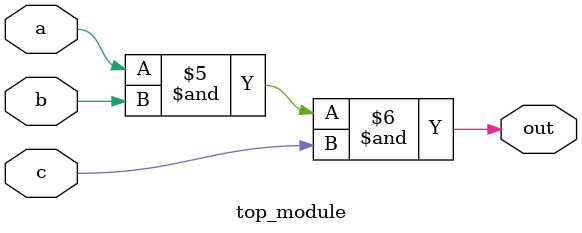
<source format=sv>
module top_module(
  input a,
  input b,
  input c,
  output out
);

  wire d;
  
  and gate1(d, a, ~b, ~c);
  and gate2(out, a, b, c);
  
endmodule

</source>
